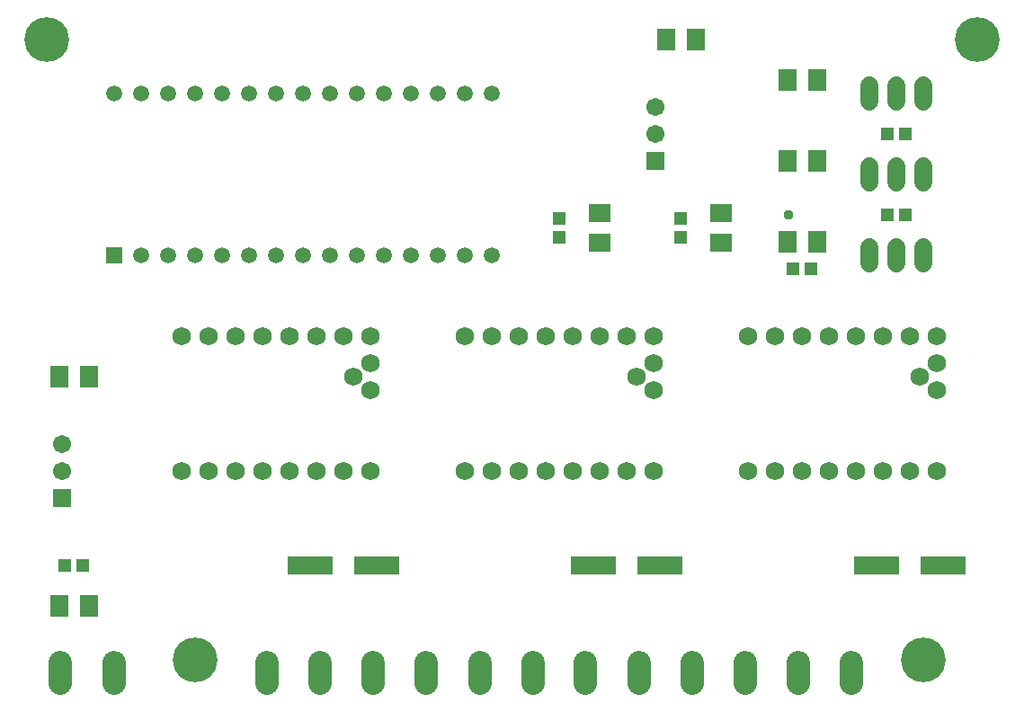
<source format=gbr>
G04 EAGLE Gerber RS-274X export*
G75*
%MOMM*%
%FSLAX34Y34*%
%LPD*%
%INSoldermask Top*%
%IPPOS*%
%AMOC8*
5,1,8,0,0,1.08239X$1,22.5*%
G01*
%ADD10R,1.511200X1.511200*%
%ADD11C,1.511200*%
%ADD12R,1.803200X2.003200*%
%ADD13R,2.003200X1.803200*%
%ADD14R,4.203200X1.803200*%
%ADD15C,1.727200*%
%ADD16C,1.727200*%
%ADD17R,1.711200X1.711200*%
%ADD18C,1.711200*%
%ADD19C,2.184400*%
%ADD20R,1.303200X1.203200*%
%ADD21R,1.203200X1.303200*%
%ADD22C,0.959600*%
%ADD23C,4.219200*%


D10*
X101600Y444500D03*
D11*
X127000Y444500D03*
X152400Y444500D03*
X177800Y444500D03*
X203200Y444500D03*
X228600Y444500D03*
X254000Y444500D03*
X279400Y444500D03*
X304800Y444500D03*
X330200Y444500D03*
X355600Y444500D03*
X381000Y444500D03*
X406400Y444500D03*
X431800Y444500D03*
X457200Y444500D03*
X457200Y596900D03*
X431800Y596900D03*
X406400Y596900D03*
X381000Y596900D03*
X355600Y596900D03*
X330200Y596900D03*
X304800Y596900D03*
X279400Y596900D03*
X254000Y596900D03*
X228600Y596900D03*
X203200Y596900D03*
X177800Y596900D03*
X152400Y596900D03*
X127000Y596900D03*
X101600Y596900D03*
D12*
X49500Y114300D03*
X77500Y114300D03*
X49500Y330200D03*
X77500Y330200D03*
D13*
X673100Y483900D03*
X673100Y455900D03*
D12*
X621000Y647700D03*
X649000Y647700D03*
D14*
X881900Y152400D03*
X819900Y152400D03*
X615200Y152400D03*
X553200Y152400D03*
X348500Y152400D03*
X286500Y152400D03*
D15*
X812800Y589280D02*
X812800Y604520D01*
X838200Y604520D02*
X838200Y589280D01*
X863600Y589280D02*
X863600Y604520D01*
X812800Y528320D02*
X812800Y513080D01*
X838200Y513080D02*
X838200Y528320D01*
X863600Y528320D02*
X863600Y513080D01*
X812800Y452120D02*
X812800Y436880D01*
X838200Y436880D02*
X838200Y452120D01*
X863600Y452120D02*
X863600Y436880D01*
D16*
X326390Y330200D03*
X342900Y317500D03*
X342900Y342900D03*
X165100Y368300D03*
X190500Y368300D03*
X215900Y368300D03*
X241300Y368300D03*
X266700Y368300D03*
X292100Y368300D03*
X317500Y368300D03*
X342900Y368300D03*
X342900Y241300D03*
X317500Y241300D03*
X292100Y241300D03*
X266700Y241300D03*
X241300Y241300D03*
X215900Y241300D03*
X190500Y241300D03*
X165100Y241300D03*
X593090Y330200D03*
X609600Y317500D03*
X609600Y342900D03*
X431800Y368300D03*
X457200Y368300D03*
X482600Y368300D03*
X508000Y368300D03*
X533400Y368300D03*
X558800Y368300D03*
X584200Y368300D03*
X609600Y368300D03*
X609600Y241300D03*
X584200Y241300D03*
X558800Y241300D03*
X533400Y241300D03*
X508000Y241300D03*
X482600Y241300D03*
X457200Y241300D03*
X431800Y241300D03*
X859790Y330200D03*
X876300Y317500D03*
X876300Y342900D03*
X698500Y368300D03*
X723900Y368300D03*
X749300Y368300D03*
X774700Y368300D03*
X800100Y368300D03*
X825500Y368300D03*
X850900Y368300D03*
X876300Y368300D03*
X876300Y241300D03*
X850900Y241300D03*
X825500Y241300D03*
X800100Y241300D03*
X774700Y241300D03*
X749300Y241300D03*
X723900Y241300D03*
X698500Y241300D03*
D17*
X52700Y215900D03*
D18*
X52700Y241300D03*
X52700Y266700D03*
D17*
X611500Y533400D03*
D18*
X611500Y558800D03*
X611500Y584200D03*
D19*
X51054Y60706D02*
X51054Y40894D01*
X101346Y40894D02*
X101346Y60706D01*
X245364Y60706D02*
X245364Y40894D01*
X295402Y40894D02*
X295402Y60706D01*
X345440Y60706D02*
X345440Y40894D01*
X395732Y40894D02*
X395732Y60706D01*
X445770Y60706D02*
X445770Y40894D01*
X495808Y40894D02*
X495808Y60706D01*
X545592Y60706D02*
X545592Y40894D01*
X595630Y40894D02*
X595630Y60706D01*
X645668Y60706D02*
X645668Y40894D01*
X695960Y40894D02*
X695960Y60706D01*
X745998Y60706D02*
X745998Y40894D01*
X796036Y40894D02*
X796036Y60706D01*
D20*
X55000Y152400D03*
X72000Y152400D03*
D21*
X635000Y478400D03*
X635000Y461400D03*
X520700Y478400D03*
X520700Y461400D03*
D13*
X558800Y483900D03*
X558800Y455900D03*
D20*
X829700Y558800D03*
X846700Y558800D03*
D12*
X735300Y609600D03*
X763300Y609600D03*
D20*
X829700Y482600D03*
X846700Y482600D03*
D12*
X735300Y533400D03*
X763300Y533400D03*
D20*
X740800Y431800D03*
X757800Y431800D03*
D12*
X735300Y457200D03*
X763300Y457200D03*
D22*
X736600Y482600D03*
D23*
X177800Y63500D03*
X863600Y63500D03*
X38100Y647700D03*
X914400Y647700D03*
M02*

</source>
